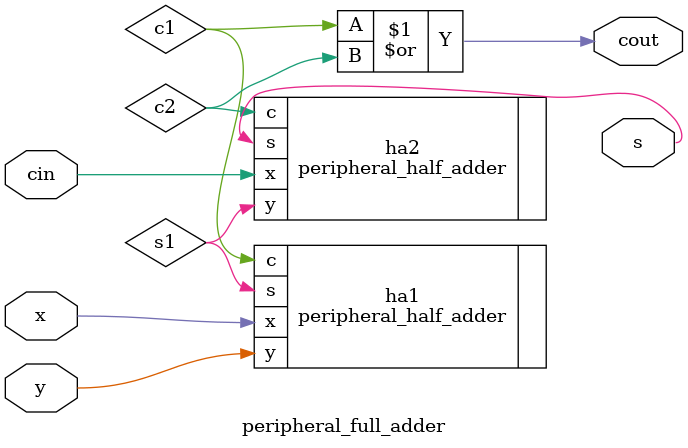
<source format=sv>
module peripheral_full_adder (
  input x,
  input y,
  input cin,

  output s,
  output cout
);

  wire s1, c1, c2;

  peripheral_half_adder ha1 (
    .x(x),
    .y(y),
    .s(s1),
    .c(c1)
  );

  peripheral_half_adder ha2 (
    .x(cin),
    .y(s1),
    .s(s),
    .c(c2)
  );

  or (cout, c1, c2);
endmodule

</source>
